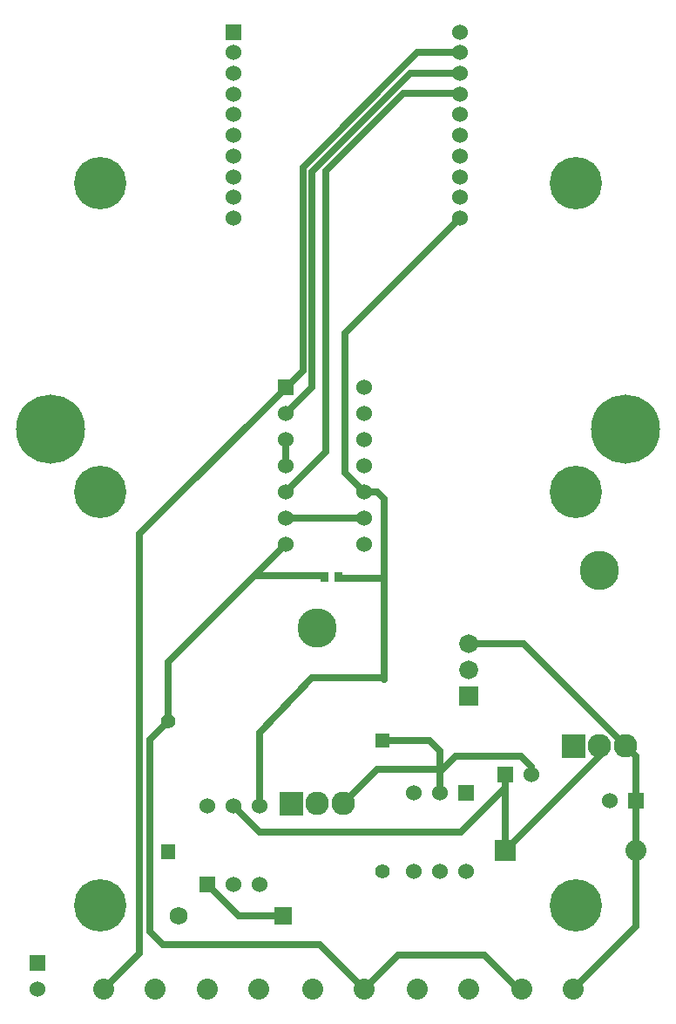
<source format=gbr>
G04 start of page 3 for group 1 idx 1 *
G04 Title: (unknown), solder *
G04 Creator: pcb 20110918 *
G04 CreationDate: Tue 12 Jun 2012 04:03:48 PM GMT UTC *
G04 For: ed *
G04 Format: Gerber/RS-274X *
G04 PCB-Dimensions: 260000 400000 *
G04 PCB-Coordinate-Origin: lower left *
%MOIN*%
%FSLAX25Y25*%
%LNBOTTOM*%
%ADD53C,0.1300*%
%ADD52C,0.0420*%
%ADD51C,0.0380*%
%ADD50C,0.0280*%
%ADD49C,0.0150*%
%ADD48C,0.0300*%
%ADD47C,0.0200*%
%ADD46C,0.2600*%
%ADD45C,0.1000*%
%ADD44C,0.2640*%
%ADD43C,0.2000*%
%ADD42R,0.0295X0.0295*%
%ADD41C,0.0680*%
%ADD40C,0.1500*%
%ADD39C,0.0720*%
%ADD38C,0.0550*%
%ADD37C,0.0900*%
%ADD36C,0.0800*%
%ADD35C,0.0600*%
%ADD34C,0.0001*%
%ADD33C,0.0100*%
%ADD32C,0.0250*%
G54D32*X176600Y304700D02*X132500Y260600D01*
X125250Y322750D02*Y265550D01*
X120000Y322500D02*Y240000D01*
X116500Y246500D02*Y324000D01*
X176600Y352100D02*X176200Y352500D01*
X155000D01*
X125250Y322750D01*
X176600Y360000D02*X157500D01*
X160400Y367900D02*X176600D01*
X157500Y360000D02*X120000Y322500D01*
X116500Y324000D02*X160400Y367900D01*
X147500Y197500D02*X145000Y200000D01*
X140000D01*
Y190000D02*X110000D01*
X140000Y200000D02*X132500Y207500D01*
X110000Y220000D02*Y210000D01*
X132500Y207500D02*Y260000D01*
X110000Y200000D02*X125250Y215250D01*
X120000Y240000D02*X110000Y230000D01*
X125250Y215250D02*Y267750D01*
X116500Y246500D02*X54000Y184000D01*
X99685Y10000D02*X100000Y10315D01*
X120315Y10000D02*X122000Y11685D01*
X140000Y10000D02*X153000Y23000D01*
X186000D01*
X194000Y92000D02*Y63000D01*
X180000Y142000D02*X201000D01*
X241000Y102000D01*
X177000Y70000D02*X194000Y87000D01*
Y92000D01*
X147000Y105000D02*X165000D01*
X175000Y99000D02*X200000D01*
X204000Y95000D01*
Y92000D01*
X132000Y81000D02*X145000Y94000D01*
X220000Y10000D02*X244000Y34000D01*
X186000Y23000D02*X199000Y10000D01*
X200315D01*
X140000D02*X123000Y27000D01*
G54D33*X109000Y36000D02*Y38000D01*
G54D32*X100000Y80000D02*Y108000D01*
X120000Y129000D01*
X147500Y128500D02*Y197500D01*
Y128500D02*X147000Y129000D01*
X120000D01*
X130000Y167492D02*X130492Y167000D01*
X147500D01*
X124882Y167492D02*X124374Y168000D01*
X240000Y103000D02*X244000Y99000D01*
X194000Y63000D02*X230000Y99000D01*
Y103000D01*
X244000Y99000D02*Y34000D01*
Y82000D02*Y73000D01*
Y62000D01*
X54000Y184000D02*Y23685D01*
X58000Y32000D02*Y105000D01*
X54000Y23685D02*X40315Y10000D01*
X90000Y80000D02*X100000Y70000D01*
X123000Y27000D02*X63000D01*
X65000Y135000D02*Y113000D01*
X63000Y27000D02*X58000Y32000D01*
X65000Y112500D02*X58000Y105500D01*
Y104000D01*
G54D33*X71000Y38000D02*X69000D01*
G54D32*X80000Y50000D02*X92000Y38000D01*
X109000D01*
X165000Y105000D02*X169000Y101000D01*
Y85000D01*
Y93000D02*X175000Y99000D01*
X145000Y94000D02*X169000D01*
X100000Y70000D02*X177000D01*
X124374Y168000D02*X98000D01*
X110000Y180000D02*X65000Y135000D01*
G54D34*G36*
X190000Y67000D02*Y59000D01*
X198000D01*
Y67000D01*
X190000D01*
G37*
G36*
X191000Y95000D02*Y89000D01*
X197000D01*
Y95000D01*
X191000D01*
G37*
G54D35*X204000Y92000D03*
G54D36*X220000Y10000D03*
X244000Y63000D03*
G54D34*G36*
X241000Y85000D02*Y79000D01*
X247000D01*
Y85000D01*
X241000D01*
G37*
G54D35*X234000Y82000D03*
G54D34*G36*
X215500Y107500D02*Y98500D01*
X224500D01*
Y107500D01*
X215500D01*
G37*
G54D37*X230000Y103000D03*
X240000D03*
G54D34*G36*
X176000Y88000D02*Y82000D01*
X182000D01*
Y88000D01*
X176000D01*
G37*
G54D35*X179000Y55000D03*
G54D36*X200315Y10000D03*
X160315D03*
X180000D03*
X99685D03*
X120315D03*
X140000D03*
G54D35*X169000Y85000D03*
X159000D03*
Y55000D03*
X169000D03*
G54D34*G36*
X144250Y107750D02*Y102250D01*
X149750D01*
Y107750D01*
X144250D01*
G37*
G54D38*X147000Y55000D03*
G54D34*G36*
X105600Y41400D02*Y34600D01*
X112400D01*
Y41400D01*
X105600D01*
G37*
G36*
X107500Y85500D02*Y76500D01*
X116500D01*
Y85500D01*
X107500D01*
G37*
G54D37*X122000Y81000D03*
X132000D03*
G54D34*G36*
X176400Y125600D02*Y118400D01*
X183600D01*
Y125600D01*
X176400D01*
G37*
G54D39*X180000Y132000D03*
Y142000D03*
G54D40*X230000Y170000D03*
G54D34*G36*
X107000Y243000D02*Y237000D01*
X113000D01*
Y243000D01*
X107000D01*
G37*
G54D35*X110000Y230000D03*
Y220000D03*
Y210000D03*
Y200000D03*
X140000D03*
Y210000D03*
Y220000D03*
Y230000D03*
Y240000D03*
X110000Y190000D03*
X140000D03*
X110000Y180000D03*
X140000D03*
G54D40*X122000Y148000D03*
G54D34*G36*
X87000Y378800D02*Y372800D01*
X93000D01*
Y378800D01*
X87000D01*
G37*
G54D35*X90000Y367900D03*
Y360000D03*
Y352100D03*
Y344200D03*
Y336300D03*
Y328400D03*
Y320500D03*
Y312600D03*
Y304700D03*
X176600Y375800D03*
Y367900D03*
Y360000D03*
Y352100D03*
Y344200D03*
Y336300D03*
Y328400D03*
Y320500D03*
Y312600D03*
Y304700D03*
G54D36*X80000Y10000D03*
G54D34*G36*
X12000Y23000D02*Y17000D01*
X18000D01*
Y23000D01*
X12000D01*
G37*
G54D35*X15000Y10000D03*
G54D36*X40315D03*
X60000D03*
G54D34*G36*
X77000Y53000D02*Y47000D01*
X83000D01*
Y53000D01*
X77000D01*
G37*
G54D35*X80000Y80000D03*
G54D34*G36*
X62250Y65250D02*Y59750D01*
X67750D01*
Y65250D01*
X62250D01*
G37*
G54D38*X65000Y112500D03*
G54D35*X90000Y50000D03*
Y80000D03*
X100000Y50000D03*
Y80000D03*
G54D41*X69000Y38000D03*
G54D42*X124882Y167984D02*Y167000D01*
X130000Y167984D02*Y167000D01*
G54D43*X221000Y200000D03*
X39000D03*
Y318000D03*
X221000D03*
G54D44*X20000Y224000D03*
G54D43*X39000Y42000D03*
X221000D03*
G54D44*X240000Y224000D03*
G54D45*G54D46*G54D45*G54D46*G54D47*G54D48*G54D49*G54D47*G54D48*G54D35*G54D50*G54D49*G54D50*G54D48*G54D51*G54D35*G54D52*G54D53*G54D50*G54D53*G54D51*G54D49*G54D51*G54D49*G54D50*G54D48*G54D50*G54D51*M02*

</source>
